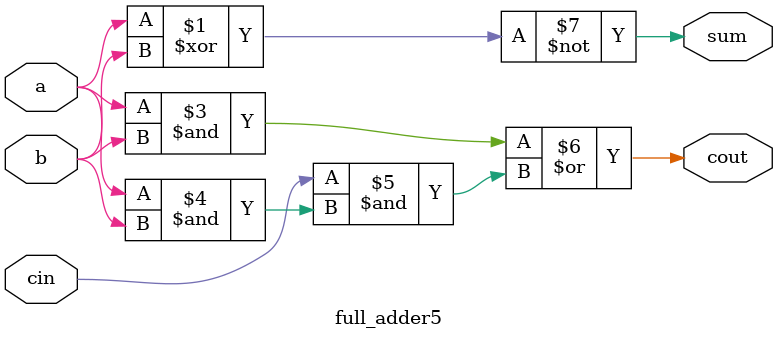
<source format=v>
module full_adder5(a,b,cin,sum,cout);
input a,b,cin;
output sum,cout;
assign sum = a^b^1'b1;
assign cout = a&b|cin&(a&b); 
// initial begin
//     $display("The incorrect adder with xor1 having in2/1");
// end   
endmodule
</source>
